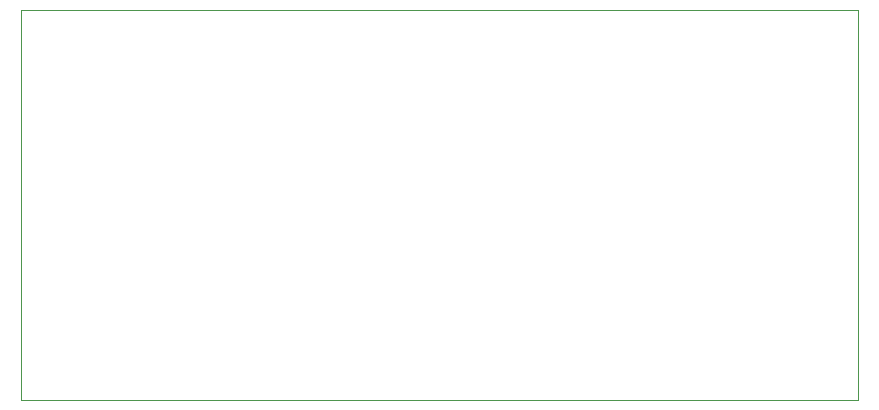
<source format=gbr>
%TF.GenerationSoftware,KiCad,Pcbnew,(5.1.10-1-10_14)*%
%TF.CreationDate,2021-09-25T13:26:57-04:00*%
%TF.ProjectId,RAM,52414d2e-6b69-4636-9164-5f7063625858,rev?*%
%TF.SameCoordinates,Original*%
%TF.FileFunction,Profile,NP*%
%FSLAX46Y46*%
G04 Gerber Fmt 4.6, Leading zero omitted, Abs format (unit mm)*
G04 Created by KiCad (PCBNEW (5.1.10-1-10_14)) date 2021-09-25 13:26:57*
%MOMM*%
%LPD*%
G01*
G04 APERTURE LIST*
%TA.AperFunction,Profile*%
%ADD10C,0.050000*%
%TD*%
G04 APERTURE END LIST*
D10*
X219964000Y-102362000D02*
X220218000Y-102362000D01*
X219964000Y-100838000D02*
X219964000Y-102362000D01*
X219964000Y-69342000D02*
X220218000Y-69342000D01*
X290830000Y-102362000D02*
X220218000Y-102362000D01*
X290830000Y-100838000D02*
X290830000Y-102362000D01*
X219964000Y-100838000D02*
X219964000Y-99568000D01*
X290830000Y-99568000D02*
X290830000Y-100838000D01*
X220218000Y-69342000D02*
X290830000Y-69342000D01*
X219964000Y-73914000D02*
X219964000Y-69342000D01*
X219964000Y-99568000D02*
X219964000Y-73914000D01*
X290830000Y-69342000D02*
X290830000Y-99568000D01*
M02*

</source>
